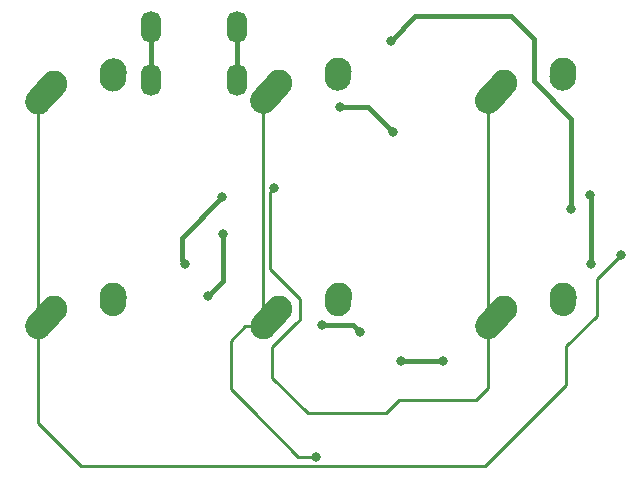
<source format=gtl>
G04 #@! TF.GenerationSoftware,KiCad,Pcbnew,5.1.12-84ad8e8a86~92~ubuntu18.04.1*
G04 #@! TF.CreationDate,2021-11-24T18:10:13-06:00*
G04 #@! TF.ProjectId,sixpack,73697870-6163-46b2-9e6b-696361645f70,rev?*
G04 #@! TF.SameCoordinates,Original*
G04 #@! TF.FileFunction,Copper,L1,Top*
G04 #@! TF.FilePolarity,Positive*
%FSLAX46Y46*%
G04 Gerber Fmt 4.6, Leading zero omitted, Abs format (unit mm)*
G04 Created by KiCad (PCBNEW 5.1.12-84ad8e8a86~92~ubuntu18.04.1) date 2021-11-24 18:10:13*
%MOMM*%
%LPD*%
G01*
G04 APERTURE LIST*
G04 #@! TA.AperFunction,ComponentPad*
%ADD10C,2.250000*%
G04 #@! TD*
G04 #@! TA.AperFunction,ComponentPad*
%ADD11O,1.700000X2.700000*%
G04 #@! TD*
G04 #@! TA.AperFunction,ViaPad*
%ADD12C,0.800000*%
G04 #@! TD*
G04 #@! TA.AperFunction,Conductor*
%ADD13C,0.381000*%
G04 #@! TD*
G04 #@! TA.AperFunction,Conductor*
%ADD14C,0.254000*%
G04 #@! TD*
G04 APERTURE END LIST*
D10*
G04 #@! TO.P,MX4,1*
G04 #@! TO.N,COL1*
X99880000Y-54930000D03*
G04 #@! TA.AperFunction,ComponentPad*
G36*
G01*
X97818688Y-57227350D02*
X97818683Y-57227345D01*
G75*
G02*
X97732655Y-55638683I751317J837345D01*
G01*
X99042657Y-54178683D01*
G75*
G02*
X100631319Y-54092655I837345J-751317D01*
G01*
X100631319Y-54092655D01*
G75*
G02*
X100717347Y-55681317I-751317J-837345D01*
G01*
X99407345Y-57141317D01*
G75*
G02*
X97818683Y-57227345I-837345J751317D01*
G01*
G37*
G04 #@! TD.AperFunction*
G04 #@! TO.P,MX4,2*
G04 #@! TO.N,Net-(D4-Pad2)*
X104920000Y-53850000D03*
G04 #@! TA.AperFunction,ComponentPad*
G36*
G01*
X104803483Y-55552395D02*
X104802597Y-55552334D01*
G75*
G02*
X103757666Y-54352597I77403J1122334D01*
G01*
X103797666Y-53772597D01*
G75*
G02*
X104997403Y-52727666I1122334J-77403D01*
G01*
X104997403Y-52727666D01*
G75*
G02*
X106042334Y-53927403I-77403J-1122334D01*
G01*
X106002334Y-54507403D01*
G75*
G02*
X104802597Y-55552334I-1122334J77403D01*
G01*
G37*
G04 #@! TD.AperFunction*
G04 #@! TD*
G04 #@! TO.P,MX2,1*
G04 #@! TO.N,COL0*
X80843750Y-55000000D03*
G04 #@! TA.AperFunction,ComponentPad*
G36*
G01*
X78782438Y-57297350D02*
X78782433Y-57297345D01*
G75*
G02*
X78696405Y-55708683I751317J837345D01*
G01*
X80006407Y-54248683D01*
G75*
G02*
X81595069Y-54162655I837345J-751317D01*
G01*
X81595069Y-54162655D01*
G75*
G02*
X81681097Y-55751317I-751317J-837345D01*
G01*
X80371095Y-57211317D01*
G75*
G02*
X78782433Y-57297345I-837345J751317D01*
G01*
G37*
G04 #@! TD.AperFunction*
G04 #@! TO.P,MX2,2*
G04 #@! TO.N,Net-(D2-Pad2)*
X85883750Y-53920000D03*
G04 #@! TA.AperFunction,ComponentPad*
G36*
G01*
X85767233Y-55622395D02*
X85766347Y-55622334D01*
G75*
G02*
X84721416Y-54422597I77403J1122334D01*
G01*
X84761416Y-53842597D01*
G75*
G02*
X85961153Y-52797666I1122334J-77403D01*
G01*
X85961153Y-52797666D01*
G75*
G02*
X87006084Y-53997403I-77403J-1122334D01*
G01*
X86966084Y-54577403D01*
G75*
G02*
X85766347Y-55622334I-1122334J77403D01*
G01*
G37*
G04 #@! TD.AperFunction*
G04 #@! TD*
D11*
G04 #@! TO.P,USB1,6*
G04 #@! TO.N,GND*
X89060000Y-50140000D03*
X96360000Y-50140000D03*
X96360000Y-54640000D03*
X89060000Y-54640000D03*
G04 #@! TD*
D10*
G04 #@! TO.P,MX6,1*
G04 #@! TO.N,COL2*
X118920000Y-54930000D03*
G04 #@! TA.AperFunction,ComponentPad*
G36*
G01*
X116858688Y-57227350D02*
X116858683Y-57227345D01*
G75*
G02*
X116772655Y-55638683I751317J837345D01*
G01*
X118082657Y-54178683D01*
G75*
G02*
X119671319Y-54092655I837345J-751317D01*
G01*
X119671319Y-54092655D01*
G75*
G02*
X119757347Y-55681317I-751317J-837345D01*
G01*
X118447345Y-57141317D01*
G75*
G02*
X116858683Y-57227345I-837345J751317D01*
G01*
G37*
G04 #@! TD.AperFunction*
G04 #@! TO.P,MX6,2*
G04 #@! TO.N,Net-(D6-Pad2)*
X123960000Y-53850000D03*
G04 #@! TA.AperFunction,ComponentPad*
G36*
G01*
X123843483Y-55552395D02*
X123842597Y-55552334D01*
G75*
G02*
X122797666Y-54352597I77403J1122334D01*
G01*
X122837666Y-53772597D01*
G75*
G02*
X124037403Y-52727666I1122334J-77403D01*
G01*
X124037403Y-52727666D01*
G75*
G02*
X125082334Y-53927403I-77403J-1122334D01*
G01*
X125042334Y-54507403D01*
G75*
G02*
X123842597Y-55552334I-1122334J77403D01*
G01*
G37*
G04 #@! TD.AperFunction*
G04 #@! TD*
G04 #@! TO.P,MX5,1*
G04 #@! TO.N,COL2*
X118940000Y-74010000D03*
G04 #@! TA.AperFunction,ComponentPad*
G36*
G01*
X116878688Y-76307350D02*
X116878683Y-76307345D01*
G75*
G02*
X116792655Y-74718683I751317J837345D01*
G01*
X118102657Y-73258683D01*
G75*
G02*
X119691319Y-73172655I837345J-751317D01*
G01*
X119691319Y-73172655D01*
G75*
G02*
X119777347Y-74761317I-751317J-837345D01*
G01*
X118467345Y-76221317D01*
G75*
G02*
X116878683Y-76307345I-837345J751317D01*
G01*
G37*
G04 #@! TD.AperFunction*
G04 #@! TO.P,MX5,2*
G04 #@! TO.N,Net-(D5-Pad2)*
X123980000Y-72930000D03*
G04 #@! TA.AperFunction,ComponentPad*
G36*
G01*
X123863483Y-74632395D02*
X123862597Y-74632334D01*
G75*
G02*
X122817666Y-73432597I77403J1122334D01*
G01*
X122857666Y-72852597D01*
G75*
G02*
X124057403Y-71807666I1122334J-77403D01*
G01*
X124057403Y-71807666D01*
G75*
G02*
X125102334Y-73007403I-77403J-1122334D01*
G01*
X125062334Y-73587403D01*
G75*
G02*
X123862597Y-74632334I-1122334J77403D01*
G01*
G37*
G04 #@! TD.AperFunction*
G04 #@! TD*
G04 #@! TO.P,MX3,1*
G04 #@! TO.N,COL1*
X99900000Y-74030000D03*
G04 #@! TA.AperFunction,ComponentPad*
G36*
G01*
X97838688Y-76327350D02*
X97838683Y-76327345D01*
G75*
G02*
X97752655Y-74738683I751317J837345D01*
G01*
X99062657Y-73278683D01*
G75*
G02*
X100651319Y-73192655I837345J-751317D01*
G01*
X100651319Y-73192655D01*
G75*
G02*
X100737347Y-74781317I-751317J-837345D01*
G01*
X99427345Y-76241317D01*
G75*
G02*
X97838683Y-76327345I-837345J751317D01*
G01*
G37*
G04 #@! TD.AperFunction*
G04 #@! TO.P,MX3,2*
G04 #@! TO.N,Net-(D3-Pad2)*
X104940000Y-72950000D03*
G04 #@! TA.AperFunction,ComponentPad*
G36*
G01*
X104823483Y-74652395D02*
X104822597Y-74652334D01*
G75*
G02*
X103777666Y-73452597I77403J1122334D01*
G01*
X103817666Y-72872597D01*
G75*
G02*
X105017403Y-71827666I1122334J-77403D01*
G01*
X105017403Y-71827666D01*
G75*
G02*
X106062334Y-73027403I-77403J-1122334D01*
G01*
X106022334Y-73607403D01*
G75*
G02*
X104822597Y-74652334I-1122334J77403D01*
G01*
G37*
G04 #@! TD.AperFunction*
G04 #@! TD*
G04 #@! TO.P,MX1,1*
G04 #@! TO.N,COL0*
X80843750Y-74020000D03*
G04 #@! TA.AperFunction,ComponentPad*
G36*
G01*
X78782438Y-76317350D02*
X78782433Y-76317345D01*
G75*
G02*
X78696405Y-74728683I751317J837345D01*
G01*
X80006407Y-73268683D01*
G75*
G02*
X81595069Y-73182655I837345J-751317D01*
G01*
X81595069Y-73182655D01*
G75*
G02*
X81681097Y-74771317I-751317J-837345D01*
G01*
X80371095Y-76231317D01*
G75*
G02*
X78782433Y-76317345I-837345J751317D01*
G01*
G37*
G04 #@! TD.AperFunction*
G04 #@! TO.P,MX1,2*
G04 #@! TO.N,Net-(D1-Pad2)*
X85883750Y-72940000D03*
G04 #@! TA.AperFunction,ComponentPad*
G36*
G01*
X85767233Y-74642395D02*
X85766347Y-74642334D01*
G75*
G02*
X84721416Y-73442597I77403J1122334D01*
G01*
X84761416Y-72862597D01*
G75*
G02*
X85961153Y-71817666I1122334J-77403D01*
G01*
X85961153Y-71817666D01*
G75*
G02*
X87006084Y-73017403I-77403J-1122334D01*
G01*
X86966084Y-73597403D01*
G75*
G02*
X85766347Y-74642334I-1122334J77403D01*
G01*
G37*
G04 #@! TD.AperFunction*
G04 #@! TD*
D12*
G04 #@! TO.N,GND*
X126350000Y-70200000D03*
X126200000Y-64400000D03*
X95150000Y-67700000D03*
X93850000Y-72950000D03*
G04 #@! TO.N,+5V*
X109350000Y-51300000D03*
X124600000Y-65600000D03*
X106800000Y-76000000D03*
X103500000Y-75350000D03*
X110250000Y-78400000D03*
X113750000Y-78400000D03*
X95100000Y-64550000D03*
X105050000Y-56950000D03*
X109528000Y-59028000D03*
X91950000Y-70200000D03*
G04 #@! TO.N,COL0*
X128850000Y-69450000D03*
G04 #@! TO.N,COL1*
X103050000Y-86600000D03*
G04 #@! TO.N,COL2*
X99500000Y-63750000D03*
G04 #@! TD*
D13*
G04 #@! TO.N,GND*
X126350000Y-70200000D02*
X126350000Y-64550000D01*
X126350000Y-64550000D02*
X126200000Y-64400000D01*
X95150000Y-67700000D02*
X95150000Y-71650000D01*
X95150000Y-71650000D02*
X93850000Y-72950000D01*
X96360000Y-50140000D02*
X96360000Y-54640000D01*
X89060000Y-50140000D02*
X89060000Y-54640000D01*
G04 #@! TO.N,+5V*
X109350000Y-51300000D02*
X111400000Y-49250000D01*
X111400000Y-49250000D02*
X119550000Y-49250000D01*
X119550000Y-49250000D02*
X121450000Y-51150000D01*
X121450000Y-51150000D02*
X121450000Y-54750000D01*
X121450000Y-54750000D02*
X124600000Y-57900000D01*
X124600000Y-57900000D02*
X124600000Y-65600000D01*
X106800000Y-76000000D02*
X106150000Y-75350000D01*
X106150000Y-75350000D02*
X103500000Y-75350000D01*
X110250000Y-78400000D02*
X113750000Y-78400000D01*
X95100000Y-64550000D02*
X91650000Y-68000000D01*
X105050000Y-56950000D02*
X107450000Y-56950000D01*
X107450000Y-56950000D02*
X109528000Y-59028000D01*
X91650000Y-69900000D02*
X91950000Y-70200000D01*
X91650000Y-68000000D02*
X91650000Y-69900000D01*
D14*
G04 #@! TO.N,COL0*
X79533750Y-56460000D02*
X79533750Y-75480000D01*
X128850000Y-69450000D02*
X126800000Y-71500000D01*
X126800000Y-71500000D02*
X126800000Y-74600000D01*
X126800000Y-74600000D02*
X124200000Y-77200000D01*
X124200000Y-77200000D02*
X124200000Y-80500000D01*
X117372999Y-87327001D02*
X83177001Y-87327001D01*
X124200000Y-80500000D02*
X117372999Y-87327001D01*
X79533750Y-83683750D02*
X79533750Y-75480000D01*
X83177001Y-87327001D02*
X79533750Y-83683750D01*
G04 #@! TO.N,COL1*
X98570000Y-75470000D02*
X98590000Y-75490000D01*
X98570000Y-56390000D02*
X98570000Y-75470000D01*
X97500000Y-82500000D02*
X101550000Y-86550000D01*
X101550000Y-86550000D02*
X103000000Y-86550000D01*
X103000000Y-86550000D02*
X103050000Y-86600000D01*
X95800000Y-80800000D02*
X97500000Y-82500000D01*
X98590000Y-75490000D02*
X97060000Y-75490000D01*
X95800000Y-76750000D02*
X95800000Y-80800000D01*
X97060000Y-75490000D02*
X95800000Y-76750000D01*
G04 #@! TO.N,COL2*
X117630000Y-59110000D02*
X117630000Y-75470000D01*
X117610000Y-59090000D02*
X117630000Y-59110000D01*
X117610000Y-56390000D02*
X117610000Y-59090000D01*
X117630000Y-75470000D02*
X117630000Y-80680000D01*
X117630000Y-80680000D02*
X116610000Y-81700000D01*
X116610000Y-81700000D02*
X110100000Y-81700000D01*
X110100000Y-81700000D02*
X108950000Y-82850000D01*
X108950000Y-82850000D02*
X102350000Y-82850000D01*
X102350000Y-82850000D02*
X99350000Y-79850000D01*
X99350000Y-79850000D02*
X99350000Y-77250000D01*
X99350000Y-77250000D02*
X101350000Y-75250000D01*
X99100000Y-70650000D02*
X99100001Y-64149999D01*
X99100001Y-64149999D02*
X99500000Y-63750000D01*
X101650000Y-73200000D02*
X99100000Y-70650000D01*
X101350000Y-75250000D02*
X101650000Y-74950000D01*
X101650000Y-74950000D02*
X101650000Y-73200000D01*
G04 #@! TD*
M02*

</source>
